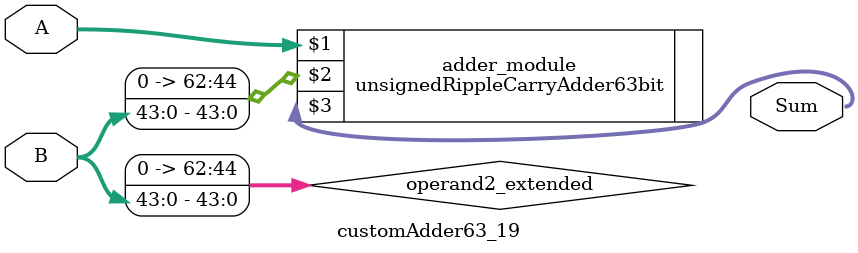
<source format=v>
module customAdder63_19(
                        input [62 : 0] A,
                        input [43 : 0] B,
                        
                        output [63 : 0] Sum
                );

        wire [62 : 0] operand2_extended;
        
        assign operand2_extended =  {19'b0, B};
        
        unsignedRippleCarryAdder63bit adder_module(
            A,
            operand2_extended,
            Sum
        );
        
        endmodule
        
</source>
